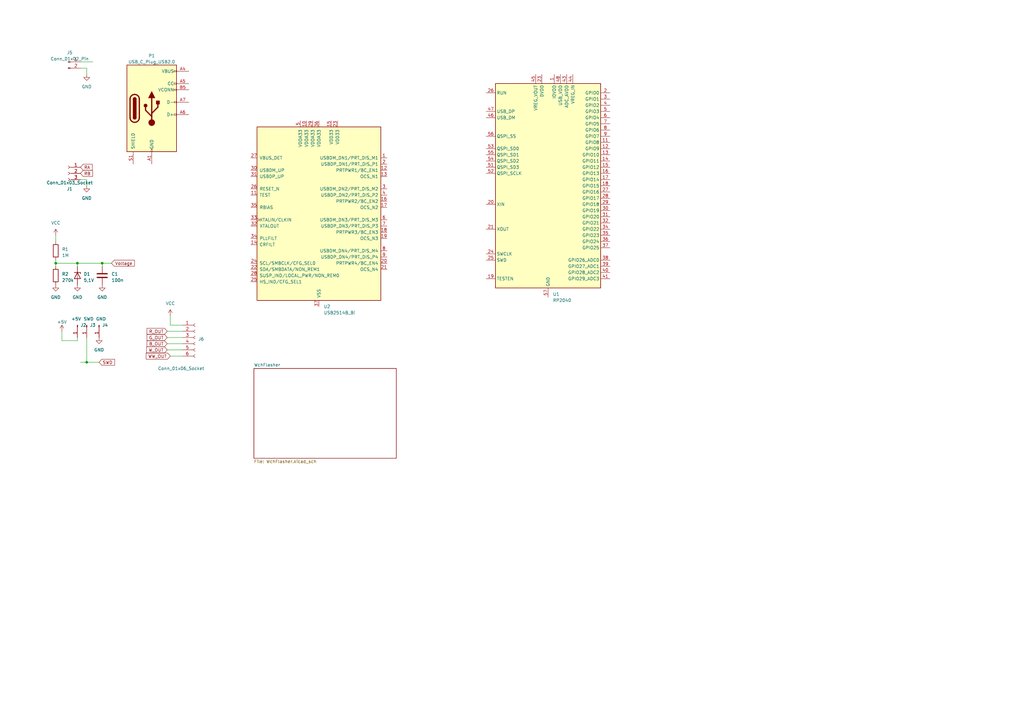
<source format=kicad_sch>
(kicad_sch (version 20230121) (generator eeschema)
  (paper "A3")
  (lib_symbols
    (symbol "Connector:Conn_01x01_Pin" (pin_names (offset 1.016) hide)
      (property "Reference" "J" (at 0 2.54 0))
      (property "Value" "Conn_01x01_Pin" (at 0 -2.54 0))
      (symbol "Conn_01x01_Pin_1_1"
        (polyline (pts (xy 1.27 0) (xy 0.8636 0)) (stroke (width 0.1524)))
        (rectangle (start 0.8636 0.127) (end 0 -0.127) (stroke (width 0.1524)) (fill (type outline)))
        (pin passive line (at 5.08 0 180) (length 3.81) (name "Pin_1") (number "1"))
      )
    )
    (symbol "Connector:Conn_01x02_Pin" (pin_names (offset 1.016) hide)
      (property "Reference" "J" (at 0 2.54 0))
      (property "Value" "Conn_01x02_Pin" (at 0 -5.08 0))
      (symbol "Conn_01x02_Pin_1_1"
        (polyline (pts (xy 1.27 -2.54) (xy 0.8636 -2.54)) (stroke (width 0.1524)))
        (polyline (pts (xy 1.27 0) (xy 0.8636 0)) (stroke (width 0.1524)))
        (rectangle (start 0.8636 -2.413) (end 0 -2.667) (stroke (width 0.1524)) (fill (type outline)))
        (rectangle (start 0.8636 0.127) (end 0 -0.127) (stroke (width 0.1524)) (fill (type outline)))
        (pin passive line (at 5.08 0 180) (length 3.81) (name "Pin_1") (number "1"))
        (pin passive line (at 5.08 -2.54 180) (length 3.81) (name "Pin_2") (number "2"))
      )
    )
    (symbol "Connector:Conn_01x03_Socket" (pin_names (offset 1.016) hide)
      (property "Reference" "J" (at 0 5.08 0))
      (property "Value" "Conn_01x03_Socket" (at 0 -5.08 0))
      (symbol "Conn_01x03_Socket_1_1"
        (arc (start 0 -2.032) (mid -0.5058 -2.54) (end 0 -3.048) (stroke (width 0.1524)))
        (polyline (pts (xy -1.27 -2.54) (xy -0.508 -2.54)) (stroke (width 0.1524)))
        (polyline (pts (xy -1.27 0) (xy -0.508 0)) (stroke (width 0.1524)))
        (polyline (pts (xy -1.27 2.54) (xy -0.508 2.54)) (stroke (width 0.1524)))
        (arc (start 0 0.508) (mid -0.5058 0) (end 0 -0.508) (stroke (width 0.1524)))
        (arc (start 0 3.048) (mid -0.5058 2.54) (end 0 2.032) (stroke (width 0.1524)))
        (pin passive line (at -5.08 2.54 0) (length 3.81) (name "Pin_1") (number "1"))
        (pin passive line (at -5.08 0 0) (length 3.81) (name "Pin_2") (number "2"))
        (pin passive line (at -5.08 -2.54 0) (length 3.81) (name "Pin_3") (number "3"))
      )
    )
    (symbol "Connector:Conn_01x06_Socket" (pin_names (offset 1.016) hide)
      (property "Reference" "J" (at 0 7.62 0))
      (property "Value" "Conn_01x06_Socket" (at 0 -10.16 0))
      (symbol "Conn_01x06_Socket_1_1"
        (arc (start 0 -7.112) (mid -0.5058 -7.62) (end 0 -8.128) (stroke (width 0.1524)))
        (arc (start 0 -4.572) (mid -0.5058 -5.08) (end 0 -5.588) (stroke (width 0.1524)))
        (arc (start 0 -2.032) (mid -0.5058 -2.54) (end 0 -3.048) (stroke (width 0.1524)))
        (polyline (pts (xy -1.27 -7.62) (xy -0.508 -7.62)) (stroke (width 0.1524)))
        (polyline (pts (xy -1.27 -5.08) (xy -0.508 -5.08)) (stroke (width 0.1524)))
        (polyline (pts (xy -1.27 -2.54) (xy -0.508 -2.54)) (stroke (width 0.1524)))
        (polyline (pts (xy -1.27 0) (xy -0.508 0)) (stroke (width 0.1524)))
        (polyline (pts (xy -1.27 2.54) (xy -0.508 2.54)) (stroke (width 0.1524)))
        (polyline (pts (xy -1.27 5.08) (xy -0.508 5.08)) (stroke (width 0.1524)))
        (arc (start 0 0.508) (mid -0.5058 0) (end 0 -0.508) (stroke (width 0.1524)))
        (arc (start 0 3.048) (mid -0.5058 2.54) (end 0 2.032) (stroke (width 0.1524)))
        (arc (start 0 5.588) (mid -0.5058 5.08) (end 0 4.572) (stroke (width 0.1524)))
        (pin passive line (at -5.08 5.08 0) (length 3.81) (name "Pin_1") (number "1"))
        (pin passive line (at -5.08 2.54 0) (length 3.81) (name "Pin_2") (number "2"))
        (pin passive line (at -5.08 0 0) (length 3.81) (name "Pin_3") (number "3"))
        (pin passive line (at -5.08 -2.54 0) (length 3.81) (name "Pin_4") (number "4"))
        (pin passive line (at -5.08 -5.08 0) (length 3.81) (name "Pin_5") (number "5"))
        (pin passive line (at -5.08 -7.62 0) (length 3.81) (name "Pin_6") (number "6"))
      )
    )
    (symbol "Connector:USB_C_Plug_USB2.0" (pin_names (offset 1.016))
      (property "Reference" "P" (at -10.16 19.05 0))
      (property "Value" "USB_C_Plug_USB2.0" (at 12.7 19.05 0))
      (symbol "USB_C_Plug_USB2.0_0_0"
        (rectangle (start -0.254 -17.78) (end 0.254 -16.764))
        (rectangle (start 10.16 -2.286) (end 9.144 -2.794))
        (rectangle (start 10.16 2.794) (end 9.144 2.286))
        (rectangle (start 10.16 7.874) (end 9.144 7.366))
        (rectangle (start 10.16 10.414) (end 9.144 9.906))
        (rectangle (start 10.16 15.494) (end 9.144 14.986))
      )
      (symbol "USB_C_Plug_USB2.0_0_1"
        (rectangle (start -10.16 17.78) (end 10.16 -17.78) (stroke (width 0.254)) (fill (type background)))
        (arc (start -8.89 -3.81) (mid -6.985 -5.7067) (end -5.08 -3.81) (stroke (width 0.508)))
        (arc (start -7.62 -3.81) (mid -6.985 -4.4423) (end -6.35 -3.81) (stroke (width 0.254)))
        (arc (start -7.62 -3.81) (mid -6.985 -4.4423) (end -6.35 -3.81) (stroke (width 0.254)) (fill (type outline)))
        (rectangle (start -7.62 -3.81) (end -6.35 3.81) (stroke (width 0.254)) (fill (type outline)))
        (arc (start -6.35 3.81) (mid -6.985 4.4423) (end -7.62 3.81) (stroke (width 0.254)))
        (arc (start -6.35 3.81) (mid -6.985 4.4423) (end -7.62 3.81) (stroke (width 0.254)) (fill (type outline)))
        (arc (start -5.08 3.81) (mid -6.985 5.7067) (end -8.89 3.81) (stroke (width 0.508)))
        (circle (center -2.54 1.143) (radius 0.635) (stroke (width 0.254)) (fill (type outline)))
        (circle (center 0 -5.842) (radius 1.27) (fill (type outline)))
        (polyline (pts (xy -8.89 -3.81) (xy -8.89 3.81)) (stroke (width 0.508)))
        (polyline (pts (xy -5.08 3.81) (xy -5.08 -3.81)) (stroke (width 0.508)))
        (polyline (pts (xy 0 -5.842) (xy 0 4.318)) (stroke (width 0.508)))
        (polyline (pts (xy 0 -3.302) (xy -2.54 -0.762) (xy -2.54 0.508)) (stroke (width 0.508)))
        (polyline (pts (xy 0 -2.032) (xy 2.54 0.508) (xy 2.54 1.778)) (stroke (width 0.508)))
        (polyline (pts (xy -1.27 4.318) (xy 0 6.858) (xy 1.27 4.318) (xy -1.27 4.318)) (stroke (width 0.254)) (fill (type outline)))
        (rectangle (start 1.905 1.778) (end 3.175 3.048) (stroke (width 0.254)) (fill (type outline)))
      )
      (symbol "USB_C_Plug_USB2.0_1_1"
        (pin passive line (at 0 -22.86 90) (length 5.08) (name "GND") (number "A1"))
        (pin passive line (at 0 -22.86 90) (length 5.08) hide (name "GND") (number "A12"))
        (pin passive line (at 15.24 15.24 180) (length 5.08) (name "VBUS") (number "A4"))
        (pin bidirectional line (at 15.24 10.16 180) (length 5.08) (name "CC") (number "A5"))
        (pin bidirectional line (at 15.24 -2.54 180) (length 5.08) (name "D+") (number "A6"))
        (pin bidirectional line (at 15.24 2.54 180) (length 5.08) (name "D-") (number "A7"))
        (pin passive line (at 15.24 15.24 180) (length 5.08) hide (name "VBUS") (number "A9"))
        (pin passive line (at 0 -22.86 90) (length 5.08) hide (name "GND") (number "B1"))
        (pin passive line (at 0 -22.86 90) (length 5.08) hide (name "GND") (number "B12"))
        (pin passive line (at 15.24 15.24 180) (length 5.08) hide (name "VBUS") (number "B4"))
        (pin bidirectional line (at 15.24 7.62 180) (length 5.08) (name "VCONN") (number "B5"))
        (pin passive line (at 15.24 15.24 180) (length 5.08) hide (name "VBUS") (number "B9"))
        (pin passive line (at -7.62 -22.86 90) (length 5.08) (name "SHIELD") (number "S1"))
      )
    )
    (symbol "Device:C" (pin_numbers hide) (pin_names (offset 0.254))
      (property "Reference" "C" (at 0.635 2.54 0))
      (property "Value" "C" (at 0.635 -2.54 0))
      (symbol "C_0_1"
        (polyline (pts (xy -2.032 -0.762) (xy 2.032 -0.762)) (stroke (width 0.508)))
        (polyline (pts (xy -2.032 0.762) (xy 2.032 0.762)) (stroke (width 0.508)))
      )
      (symbol "C_1_1"
        (pin passive line (at 0 3.81 270) (length 2.794) (name "~") (number "1"))
        (pin passive line (at 0 -3.81 90) (length 2.794) (name "~") (number "2"))
      )
    )
    (symbol "Device:D_Zener" (pin_numbers hide) (pin_names (offset 1.016) hide)
      (property "Reference" "D" (at 0 2.54 0))
      (property "Value" "D_Zener" (at 0 -2.54 0))
      (symbol "D_Zener_0_1"
        (polyline (pts (xy 1.27 0) (xy -1.27 0)))
        (polyline (pts (xy -1.27 -1.27) (xy -1.27 1.27) (xy -0.762 1.27)) (stroke (width 0.254)))
        (polyline (pts (xy 1.27 -1.27) (xy 1.27 1.27) (xy -1.27 0) (xy 1.27 -1.27)) (stroke (width 0.254)))
      )
      (symbol "D_Zener_1_1"
        (pin passive line (at -3.81 0 0) (length 2.54) (name "K") (number "1"))
        (pin passive line (at 3.81 0 180) (length 2.54) (name "A") (number "2"))
      )
    )
    (symbol "Device:R" (pin_numbers hide) (pin_names (offset 0))
      (property "Reference" "R" (at 2.032 0 90))
      (property "Value" "R" (at 0 0 90))
      (symbol "R_0_1"
        (rectangle (start -1.016 -2.54) (end 1.016 2.54) (stroke (width 0.254)))
      )
      (symbol "R_1_1"
        (pin passive line (at 0 3.81 270) (length 1.27) (name "~") (number "1"))
        (pin passive line (at 0 -3.81 90) (length 1.27) (name "~") (number "2"))
      )
    )
    (symbol "Interface_USB:USB2514B_Bi" (pin_names (offset 1.016))
      (property "Reference" "U" (at -17.78 40.64 0))
      (property "Value" "USB2514B_Bi" (at -20.32 38.1 0))
      (symbol "USB2514B_Bi_0_1"
        (rectangle (start -25.4 35.56) (end 25.4 -35.56) (stroke (width 0.254)) (fill (type background)))
      )
      (symbol "USB2514B_Bi_1_1"
        (pin bidirectional line (at 27.94 22.86 180) (length 2.54) (name "USBDM_DN1/PRT_DIS_M1") (number "1"))
        (pin power_in line (at -5.08 38.1 270) (length 2.54) (name "VDDA33") (number "10"))
        (pin input line (at -27.94 7.62 0) (length 2.54) (name "TEST") (number "11"))
        (pin bidirectional line (at 27.94 17.78 180) (length 2.54) (name "PRTPWR1/BC_EN1") (number "12"))
        (pin input line (at 27.94 15.24 180) (length 2.54) (name "OCS_N1") (number "13"))
        (pin input line (at -27.94 -12.7 0) (length 2.54) (name "CRFILT") (number "14"))
        (pin power_in line (at 5.08 38.1 270) (length 2.54) (name "VDD33") (number "15"))
        (pin bidirectional line (at 27.94 5.08 180) (length 2.54) (name "PRTPWR2/BC_EN2") (number "16"))
        (pin input line (at 27.94 2.54 180) (length 2.54) (name "OCS_N2") (number "17"))
        (pin bidirectional line (at 27.94 -7.62 180) (length 2.54) (name "PRTPWR3/BC_EN3") (number "18"))
        (pin input line (at 27.94 -10.16 180) (length 2.54) (name "OCS_N3") (number "19"))
        (pin bidirectional line (at 27.94 20.32 180) (length 2.54) (name "USBDP_DN1/PRT_DIS_P1") (number "2"))
        (pin bidirectional line (at 27.94 -20.32 180) (length 2.54) (name "PRTPWR4/BC_EN4") (number "20"))
        (pin input line (at 27.94 -22.86 180) (length 2.54) (name "OCS_N4") (number "21"))
        (pin bidirectional line (at -27.94 -22.86 0) (length 2.54) (name "SDA/SMBDATA/NON_REM1") (number "22"))
        (pin power_in line (at 7.62 38.1 270) (length 2.54) (name "VDD33") (number "23"))
        (pin bidirectional line (at -27.94 -20.32 0) (length 2.54) (name "SCL/SMBCLK/CFG_SEL0") (number "24"))
        (pin bidirectional line (at -27.94 -27.94 0) (length 2.54) (name "HS_IND/CFG_SEL1") (number "25"))
        (pin input line (at -27.94 10.16 0) (length 2.54) (name "RESET_N") (number "26"))
        (pin input line (at -27.94 22.86 0) (length 2.54) (name "VBUS_DET") (number "27"))
        (pin bidirectional line (at -27.94 -25.4 0) (length 2.54) (name "SUSP_IND/LOCAL_PWR/NON_REM0") (number "28"))
        (pin power_in line (at -2.54 38.1 270) (length 2.54) (name "VDDA33") (number "29"))
        (pin bidirectional line (at 27.94 10.16 180) (length 2.54) (name "USBDM_DN2/PRT_DIS_M2") (number "3"))
        (pin bidirectional line (at -27.94 17.78 0) (length 2.54) (name "USBDM_UP") (number "30"))
        (pin bidirectional line (at -27.94 15.24 0) (length 2.54) (name "USBDP_UP") (number "31"))
        (pin output line (at -27.94 -5.08 0) (length 2.54) (name "XTALOUT") (number "32"))
        (pin input clock (at -27.94 -2.54 0) (length 2.54) (name "XTALIN/CLKIN") (number "33"))
        (pin input line (at -27.94 -10.16 0) (length 2.54) (name "PLLFILT") (number "34"))
        (pin input line (at -27.94 2.54 0) (length 2.54) (name "RBIAS") (number "35"))
        (pin power_in line (at 0 38.1 270) (length 2.54) (name "VDDA33") (number "36"))
        (pin power_in line (at 0 -38.1 90) (length 2.54) (name "VSS") (number "37"))
        (pin bidirectional line (at 27.94 7.62 180) (length 2.54) (name "USBDP_DN2/PRT_DIS_P2") (number "4"))
        (pin power_in line (at -7.62 38.1 270) (length 2.54) (name "VDDA33") (number "5"))
        (pin bidirectional line (at 27.94 -2.54 180) (length 2.54) (name "USBDM_DN3/PRT_DIS_M3") (number "6"))
        (pin bidirectional line (at 27.94 -5.08 180) (length 2.54) (name "USBDP_DN3/PRT_DIS_P3") (number "7"))
        (pin bidirectional line (at 27.94 -15.24 180) (length 2.54) (name "USBDM_DN4/PRT_DIS_M4") (number "8"))
        (pin bidirectional line (at 27.94 -17.78 180) (length 2.54) (name "USBDP_DN4/PRT_DIS_P4") (number "9"))
      )
    )
    (symbol "MCU_RaspberryPi:RP2040"
      (property "Reference" "U" (at 17.78 45.72 0))
      (property "Value" "RP2040" (at 17.78 43.18 0))
      (symbol "RP2040_0_1"
        (rectangle (start -21.59 41.91) (end 21.59 -41.91) (stroke (width 0.254)) (fill (type background)))
      )
      (symbol "RP2040_1_1"
        (pin power_in line (at 2.54 45.72 270) (length 3.81) (name "IOVDD") (number "1"))
        (pin passive line (at 2.54 45.72 270) (length 3.81) hide (name "IOVDD") (number "10"))
        (pin bidirectional line (at 25.4 17.78 180) (length 3.81) (name "GPIO8") (number "11"))
        (pin bidirectional line (at 25.4 15.24 180) (length 3.81) (name "GPIO9") (number "12"))
        (pin bidirectional line (at 25.4 12.7 180) (length 3.81) (name "GPIO10") (number "13"))
        (pin bidirectional line (at 25.4 10.16 180) (length 3.81) (name "GPIO11") (number "14"))
        (pin bidirectional line (at 25.4 7.62 180) (length 3.81) (name "GPIO12") (number "15"))
        (pin bidirectional line (at 25.4 5.08 180) (length 3.81) (name "GPIO13") (number "16"))
        (pin bidirectional line (at 25.4 2.54 180) (length 3.81) (name "GPIO14") (number "17"))
        (pin bidirectional line (at 25.4 0 180) (length 3.81) (name "GPIO15") (number "18"))
        (pin input line (at -25.4 -38.1 0) (length 3.81) (name "TESTEN") (number "19"))
        (pin bidirectional line (at 25.4 38.1 180) (length 3.81) (name "GPIO0") (number "2"))
        (pin input line (at -25.4 -7.62 0) (length 3.81) (name "XIN") (number "20"))
        (pin passive line (at -25.4 -17.78 0) (length 3.81) (name "XOUT") (number "21"))
        (pin passive line (at 2.54 45.72 270) (length 3.81) hide (name "IOVDD") (number "22"))
        (pin power_in line (at -2.54 45.72 270) (length 3.81) (name "DVDD") (number "23"))
        (pin output line (at -25.4 -27.94 0) (length 3.81) (name "SWCLK") (number "24"))
        (pin bidirectional line (at -25.4 -30.48 0) (length 3.81) (name "SWD") (number "25"))
        (pin input line (at -25.4 38.1 0) (length 3.81) (name "RUN") (number "26"))
        (pin bidirectional line (at 25.4 -2.54 180) (length 3.81) (name "GPIO16") (number "27"))
        (pin bidirectional line (at 25.4 -5.08 180) (length 3.81) (name "GPIO17") (number "28"))
        (pin bidirectional line (at 25.4 -7.62 180) (length 3.81) (name "GPIO18") (number "29"))
        (pin bidirectional line (at 25.4 35.56 180) (length 3.81) (name "GPIO1") (number "3"))
        (pin bidirectional line (at 25.4 -10.16 180) (length 3.81) (name "GPIO19") (number "30"))
        (pin bidirectional line (at 25.4 -12.7 180) (length 3.81) (name "GPIO20") (number "31"))
        (pin bidirectional line (at 25.4 -15.24 180) (length 3.81) (name "GPIO21") (number "32"))
        (pin passive line (at 2.54 45.72 270) (length 3.81) hide (name "IOVDD") (number "33"))
        (pin bidirectional line (at 25.4 -17.78 180) (length 3.81) (name "GPIO22") (number "34"))
        (pin bidirectional line (at 25.4 -20.32 180) (length 3.81) (name "GPIO23") (number "35"))
        (pin bidirectional line (at 25.4 -22.86 180) (length 3.81) (name "GPIO24") (number "36"))
        (pin bidirectional line (at 25.4 -25.4 180) (length 3.81) (name "GPIO25") (number "37"))
        (pin bidirectional line (at 25.4 -30.48 180) (length 3.81) (name "GPIO26_ADC0") (number "38"))
        (pin bidirectional line (at 25.4 -33.02 180) (length 3.81) (name "GPIO27_ADC1") (number "39"))
        (pin bidirectional line (at 25.4 33.02 180) (length 3.81) (name "GPIO2") (number "4"))
        (pin bidirectional line (at 25.4 -35.56 180) (length 3.81) (name "GPIO28_ADC2") (number "40"))
        (pin bidirectional line (at 25.4 -38.1 180) (length 3.81) (name "GPIO29_ADC3") (number "41"))
        (pin passive line (at 2.54 45.72 270) (length 3.81) hide (name "IOVDD") (number "42"))
        (pin power_in line (at 7.62 45.72 270) (length 3.81) (name "ADC_AVDD") (number "43"))
        (pin power_in line (at 10.16 45.72 270) (length 3.81) (name "VREG_IN") (number "44"))
        (pin power_out line (at -5.08 45.72 270) (length 3.81) (name "VREG_VOUT") (number "45"))
        (pin bidirectional line (at -25.4 27.94 0) (length 3.81) (name "USB_DM") (number "46"))
        (pin bidirectional line (at -25.4 30.48 0) (length 3.81) (name "USB_DP") (number "47"))
        (pin power_in line (at 5.08 45.72 270) (length 3.81) (name "USB_VDD") (number "48"))
        (pin passive line (at 2.54 45.72 270) (length 3.81) hide (name "IOVDD") (number "49"))
        (pin bidirectional line (at 25.4 30.48 180) (length 3.81) (name "GPIO3") (number "5"))
        (pin passive line (at -2.54 45.72 270) (length 3.81) hide (name "DVDD") (number "50"))
        (pin bidirectional line (at -25.4 7.62 0) (length 3.81) (name "QSPI_SD3") (number "51"))
        (pin output line (at -25.4 5.08 0) (length 3.81) (name "QSPI_SCLK") (number "52"))
        (pin bidirectional line (at -25.4 15.24 0) (length 3.81) (name "QSPI_SD0") (number "53"))
        (pin bidirectional line (at -25.4 10.16 0) (length 3.81) (name "QSPI_SD2") (number "54"))
        (pin bidirectional line (at -25.4 12.7 0) (length 3.81) (name "QSPI_SD1") (number "55"))
        (pin bidirectional line (at -25.4 20.32 0) (length 3.81) (name "QSPI_SS") (number "56"))
        (pin power_in line (at 0 -45.72 90) (length 3.81) (name "GND") (number "57"))
        (pin bidirectional line (at 25.4 27.94 180) (length 3.81) (name "GPIO4") (number "6"))
        (pin bidirectional line (at 25.4 25.4 180) (length 3.81) (name "GPIO5") (number "7"))
        (pin bidirectional line (at 25.4 22.86 180) (length 3.81) (name "GPIO6") (number "8"))
        (pin bidirectional line (at 25.4 20.32 180) (length 3.81) (name "GPIO7") (number "9"))
      )
    )
    (symbol "power:+5V" (power) (pin_names (offset 0))
      (property "Value" "+5V" (at 0 3.556 0))
      (symbol "+5V_0_1"
        (polyline (pts (xy -0.762 1.27) (xy 0 2.54)))
        (polyline (pts (xy 0 0) (xy 0 2.54)))
        (polyline (pts (xy 0 2.54) (xy 0.762 1.27)))
      )
      (symbol "+5V_1_1"
        (pin power_in line (at 0 0 90) (length 0) hide (name "+5V") (number "1"))
      )
    )
    (symbol "power:GND" (power) (pin_names (offset 0))
      (property "Value" "GND" (at 0 -3.81 0))
      (symbol "GND_0_1"
        (polyline (pts (xy 0 0) (xy 0 -1.27) (xy 1.27 -1.27) (xy 0 -2.54) (xy -1.27 -1.27) (xy 0 -1.27)))
      )
      (symbol "GND_1_1"
        (pin power_in line (at 0 0 270) (length 0) hide (name "GND") (number "1"))
      )
    )
    (symbol "power:VCC" (power) (pin_names (offset 0))
      (property "Value" "VCC" (at 0 3.81 0))
      (symbol "VCC_0_1"
        (polyline (pts (xy -0.762 1.27) (xy 0 2.54)))
        (polyline (pts (xy 0 0) (xy 0 2.54)))
        (polyline (pts (xy 0 2.54) (xy 0.762 1.27)))
      )
      (symbol "VCC_1_1"
        (pin power_in line (at 0 0 90) (length 0) hide (name "VCC") (number "1"))
      )
    )
  )
  (junction (at 41.91 107.95))
  (junction (at 31.75 107.95))
  (junction (at 22.86 107.95))
  (junction (at 35.56 148.59))
  (wire (pts (xy 33.02 27.94) (xy 35.56 27.94)))
  (wire (pts (xy 22.86 106.68) (xy 22.86 107.95)))
  (wire (pts (xy 68.58 143.51) (xy 74.93 143.51)))
  (wire (pts (xy 41.91 109.22) (xy 41.91 107.95)))
  (wire (pts (xy 69.85 146.05) (xy 74.93 146.05)))
  (wire (pts (xy 68.58 138.43) (xy 74.93 138.43)))
  (wire (pts (xy 22.86 96.52) (xy 22.86 99.06)))
  (wire (pts (xy 41.91 107.95) (xy 31.75 107.95)))
  (wire (pts (xy 31.75 107.95) (xy 22.86 107.95)))
  (wire (pts (xy 35.56 148.59) (xy 40.64 148.59)))
  (wire (pts (xy 31.75 139.7) (xy 31.75 138.43)))
  (wire (pts (xy 33.02 148.59) (xy 35.56 148.59)))
  (wire (pts (xy 22.86 107.95) (xy 22.86 109.22)))
  (wire (pts (xy 33.02 25.4) (xy 38.1 25.4)))
  (wire (pts (xy 25.4 139.7) (xy 31.75 139.7)))
  (wire (pts (xy 69.85 133.35) (xy 74.93 133.35)))
  (wire (pts (xy 35.56 73.66) (xy 35.56 76.2)))
  (wire (pts (xy 35.56 138.43) (xy 35.56 148.59)))
  (wire (pts (xy 35.56 27.94) (xy 35.56 30.48)))
  (wire (pts (xy 41.91 107.95) (xy 45.72 107.95)))
  (wire (pts (xy 69.85 133.35) (xy 69.85 129.54)))
  (wire (pts (xy 31.75 107.95) (xy 31.75 109.22)))
  (wire (pts (xy 33.02 73.66) (xy 35.56 73.66)))
  (wire (pts (xy 68.58 140.97) (xy 74.93 140.97)))
  (wire (pts (xy 25.4 135.89) (xy 25.4 139.7)))
  (wire (pts (xy 68.58 135.89) (xy 74.93 135.89)))
  (global_label "Voltage" (shape input) (at 45.72 107.95 0) (property "Intersheetrefs" "${INTERSHEET_REFS}" (effects hide)))
  (global_label "G_OUT" (shape input) (at 68.58 138.43 180) (property "Intersheetrefs" "${INTERSHEET_REFS}" (effects hide)))
  (global_label "R_OUT" (shape input) (at 68.58 135.89 180) (property "Intersheetrefs" "${INTERSHEET_REFS}" (effects hide)))
  (global_label "SWD" (shape input) (at 40.64 148.59 0) (property "Intersheetrefs" "${INTERSHEET_REFS}" (effects hide)))
  (global_label "RA" (shape input) (at 33.02 68.58 0) (property "Intersheetrefs" "${INTERSHEET_REFS}" (effects hide)))
  (global_label "B_OUT" (shape input) (at 68.58 140.97 180) (property "Intersheetrefs" "${INTERSHEET_REFS}" (effects hide)))
  (global_label "W_OUT" (shape input) (at 68.58 143.51 180) (property "Intersheetrefs" "${INTERSHEET_REFS}" (effects hide)))
  (global_label "RB" (shape input) (at 33.02 71.12 0) (property "Intersheetrefs" "${INTERSHEET_REFS}" (effects hide)))
  (global_label "WW_OUT" (shape input) (at 69.85 146.05 180) (property "Intersheetrefs" "${INTERSHEET_REFS}" (effects hide)))
  (symbol (lib_id "power:+5V") (at 25.4 135.89 0) (unit 1)
    (property "Reference" "#PWR06" (effects hide))
    (property "Value" "+5V" (at 25.4 132.08 0))
  )
  (symbol (lib_id "power:GND") (at 35.56 30.48 0) (unit 1)
    (property "Reference" "#PWR08" (effects hide))
    (property "Value" "GND" (at 35.56 35.56 0))
  )
  (symbol (lib_id "Connector:Conn_01x01_Pin") (at 35.56 133.35 270) (unit 1)
    (property "Reference" "J3" (at 36.83 133.35 90) (effects (justify left)))
    (property "Value" "SWD" (at 34.29 130.81 90) (effects (justify left)))
    (property "Footprint" "TestPoint:TestPoint_Pad_1.5x1.5mm" (effects hide))
  )
  (symbol (lib_id "power:GND") (at 35.56 76.2 0) (unit 1)
    (property "Reference" "#PWR05" (effects hide))
    (property "Value" "GND" (at 35.56 81.28 0))
  )
  (symbol (lib_id "Device:D_Zener") (at 31.75 113.03 270) (unit 1)
    (property "Reference" "D1" (at 34.29 112.395 90) (effects (justify left)))
    (property "Value" "5,1V" (at 34.29 114.935 90) (effects (justify left)))
    (property "Footprint" "Diode_SMD:D_SOD-323" (effects hide))
  )
  (symbol (lib_id "Device:C") (at 41.91 113.03 0) (unit 1)
    (property "Reference" "C1" (at 45.72 112.395 0) (effects (justify left)))
    (property "Value" "100n" (at 45.72 114.935 0) (effects (justify left)))
    (property "Footprint" "Capacitor_SMD:C_0402_1005Metric" (effects hide))
  )
  (symbol (lib_id "Device:R") (at 22.86 113.03 0) (unit 1)
    (property "Reference" "R2" (at 25.4 112.395 0) (effects (justify left)))
    (property "Value" "270k" (at 25.4 114.935 0) (effects (justify left)))
    (property "Footprint" "Resistor_SMD:R_0402_1005Metric" (effects hide))
  )
  (symbol (lib_id "MCU_RaspberryPi:RP2040") (at 224.79 76.2 0) (unit 1)
    (property "Reference" "U1" (at 226.7459 120.65 0) (effects (justify left)))
    (property "Value" "RP2040" (at 226.7459 123.19 0) (effects (justify left)))
    (property "Footprint" "Package_DFN_QFN:QFN-56-1EP_7x7mm_P0.4mm_EP3.2x3.2mm" (effects hide))
    (property "Datasheet" "https://datasheets.raspberrypi.com/rp2040/rp2040-datasheet.pdf" (effects hide))
  )
  (symbol (lib_id "power:VCC") (at 69.85 129.54 0) (unit 1)
    (property "Reference" "#PWR09" (effects hide))
    (property "Value" "VCC" (at 69.85 124.46 0))
  )
  (symbol (lib_id "Connector:Conn_01x01_Pin") (at 31.75 133.35 270) (unit 1)
    (property "Reference" "J2" (at 33.02 133.35 90) (effects (justify left)))
    (property "Value" "+5V" (at 29.21 130.81 90) (effects (justify left)))
    (property "Footprint" "TestPoint:TestPoint_Pad_1.5x1.5mm" (effects hide))
  )
  (symbol (lib_id "power:GND") (at 40.64 138.43 0) (unit 1)
    (property "Reference" "#PWR07" (effects hide))
    (property "Value" "GND" (at 40.64 143.51 0))
  )
  (symbol (lib_id "power:GND") (at 22.86 116.84 0) (unit 1)
    (property "Reference" "#PWR02" (effects hide))
    (property "Value" "GND" (at 22.86 121.92 0))
  )
  (symbol (lib_id "Connector:Conn_01x03_Socket") (at 27.94 71.12 0) (mirror y) (unit 1)
    (property "Reference" "J1" (at 28.575 77.47 0))
    (property "Value" "Conn_01x03_Socket" (at 28.575 74.93 0))
    (property "Footprint" "Connector_JST:JST_PH_B3B-PH-K_1x03_P2.00mm_Vertical" (effects hide))
  )
  (symbol (lib_id "power:GND") (at 31.75 116.84 0) (unit 1)
    (property "Reference" "#PWR03" (effects hide))
    (property "Value" "GND" (at 31.75 121.92 0))
  )
  (symbol (lib_id "power:GND") (at 41.91 116.84 0) (unit 1)
    (property "Reference" "#PWR04" (effects hide))
    (property "Value" "GND" (at 41.91 121.92 0))
  )
  (symbol (lib_id "Connector:USB_C_Plug_USB2.0") (at 62.23 44.45 0) (unit 1)
    (property "Reference" "P1" (at 62.23 22.86 0))
    (property "Value" "USB_C_Plug_USB2.0" (at 62.23 25.4 0))
    (property "Datasheet" "https://www.usb.org/sites/default/files/documents/usb_type-c.zip" (effects hide))
  )
  (symbol (lib_id "Device:R") (at 22.86 102.87 0) (unit 1)
    (property "Reference" "R1" (at 25.4 102.235 0) (effects (justify left)))
    (property "Value" "1M" (at 25.4 104.775 0) (effects (justify left)))
    (property "Footprint" "Resistor_SMD:R_0402_1005Metric" (effects hide))
  )
  (symbol (lib_id "Connector:Conn_01x02_Pin") (at 27.94 25.4 0) (unit 1)
    (property "Reference" "J5" (at 28.575 21.59 0))
    (property "Value" "Conn_01x02_Pin" (at 28.575 24.13 0))
    (property "Footprint" "TerminalBlock_Phoenix:TerminalBlock_Phoenix_MKDS-1,5-2_1x02_P5.00mm_Horizontal" (effects hide))
  )
  (symbol (lib_id "Connector:Conn_01x06_Socket") (at 80.01 138.43 0) (unit 1)
    (property "Reference" "J6" (at 81.28 139.065 0) (effects (justify left)))
    (property "Value" "Conn_01x06_Socket" (at 64.77 151.13 0) (effects (justify left)))
    (property "Footprint" "TerminalBlock_Phoenix:TerminalBlock_Phoenix_MKDS-1,5-6_1x06_P5.00mm_Horizontal" (effects hide))
  )
  (symbol (lib_id "Interface_USB:USB2514B_Bi") (at 130.81 87.63 0) (unit 1)
    (property "Reference" "U2" (at 132.7659 125.73 0) (effects (justify left)))
    (property "Value" "USB2514B_Bi" (at 132.7659 128.27 0) (effects (justify left)))
    (property "Footprint" "Package_DFN_QFN:QFN-36-1EP_6x6mm_P0.5mm_EP3.7x3.7mm" (effects hide))
    (property "Datasheet" "http://ww1.microchip.com/downloads/en/DeviceDoc/00001692C.pdf" (effects hide))
  )
  (symbol (lib_id "power:VCC") (at 22.86 96.52 0) (unit 1)
    (property "Reference" "#PWR01" (effects hide))
    (property "Value" "VCC" (at 22.86 91.44 0))
  )
  (symbol (lib_id "Connector:Conn_01x01_Pin") (at 40.64 133.35 270) (unit 1)
    (property "Reference" "J4" (at 41.91 133.35 90) (effects (justify left)))
    (property "Value" "GND" (at 39.37 130.81 90) (effects (justify left)))
    (property "Footprint" "TestPoint:TestPoint_Pad_1.5x1.5mm" (effects hide))
  )
  (sheet (at 104.14 151.13) (size 58.42 36.83) (stroke (width 0.1524))
    (property "Sheetname" "WchFlasher" (at 104.14 150.4184 0) (effects (justify left bottom)))
    (property "Sheetfile" "WchFlasher.kicad_sch" (at 104.14 188.5446 0) (effects (justify left top)))
  )
)
</source>
